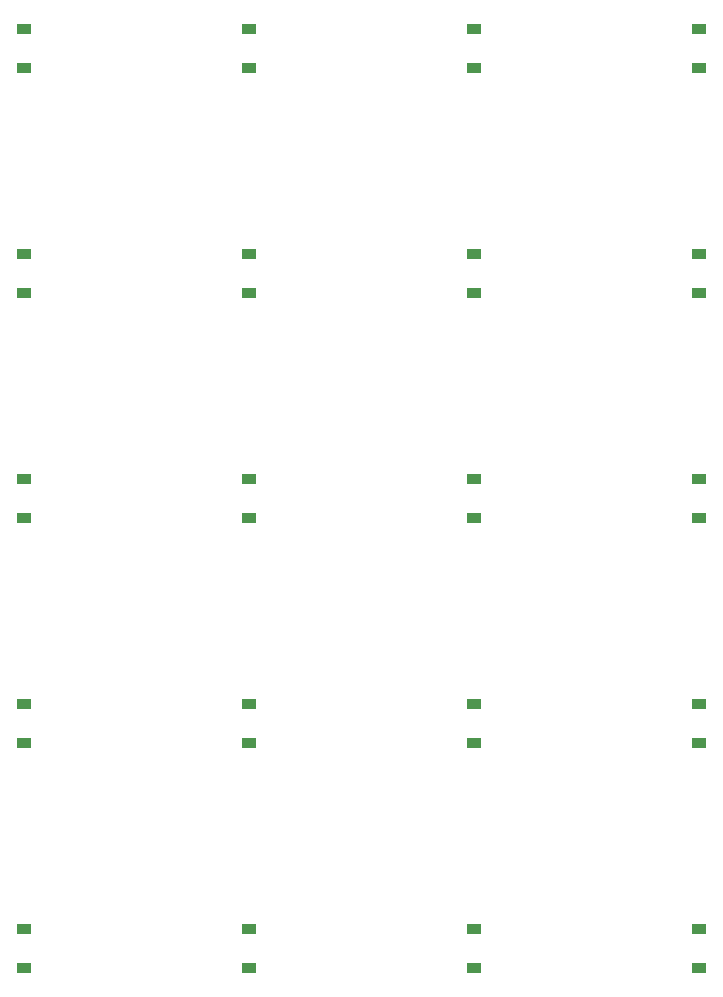
<source format=gtp>
G04 #@! TF.GenerationSoftware,KiCad,Pcbnew,(6.0.9)*
G04 #@! TF.CreationDate,2023-03-10T16:48:27-06:00*
G04 #@! TF.ProjectId,Number Pad,4e756d62-6572-4205-9061-642e6b696361,rev?*
G04 #@! TF.SameCoordinates,Original*
G04 #@! TF.FileFunction,Paste,Top*
G04 #@! TF.FilePolarity,Positive*
%FSLAX46Y46*%
G04 Gerber Fmt 4.6, Leading zero omitted, Abs format (unit mm)*
G04 Created by KiCad (PCBNEW (6.0.9)) date 2023-03-10 16:48:27*
%MOMM*%
%LPD*%
G01*
G04 APERTURE LIST*
%ADD10R,1.200000X0.900000*%
G04 APERTURE END LIST*
D10*
X76993750Y-26256250D03*
X76993750Y-22956250D03*
X115093750Y-102456250D03*
X115093750Y-99156250D03*
X76993750Y-64356250D03*
X76993750Y-61056250D03*
X57943750Y-64356250D03*
X57943750Y-61056250D03*
X57943750Y-83406250D03*
X57943750Y-80106250D03*
X96043750Y-102456250D03*
X96043750Y-99156250D03*
X115093750Y-26256250D03*
X115093750Y-22956250D03*
X115093750Y-83406250D03*
X115093750Y-80106250D03*
X115093750Y-45306250D03*
X115093750Y-42006250D03*
X76993750Y-102456250D03*
X76993750Y-99156250D03*
X115093750Y-64356250D03*
X115093750Y-61056250D03*
X96043750Y-83406250D03*
X96043750Y-80106250D03*
X96043750Y-64356250D03*
X96043750Y-61056250D03*
X76993750Y-83406250D03*
X76993750Y-80106250D03*
X57943750Y-102456250D03*
X57943750Y-99156250D03*
X96043750Y-45306250D03*
X96043750Y-42006250D03*
X57943750Y-26256250D03*
X57943750Y-22956250D03*
X57943750Y-45306250D03*
X57943750Y-42006250D03*
X96043750Y-26256250D03*
X96043750Y-22956250D03*
X76993750Y-45306250D03*
X76993750Y-42006250D03*
M02*

</source>
